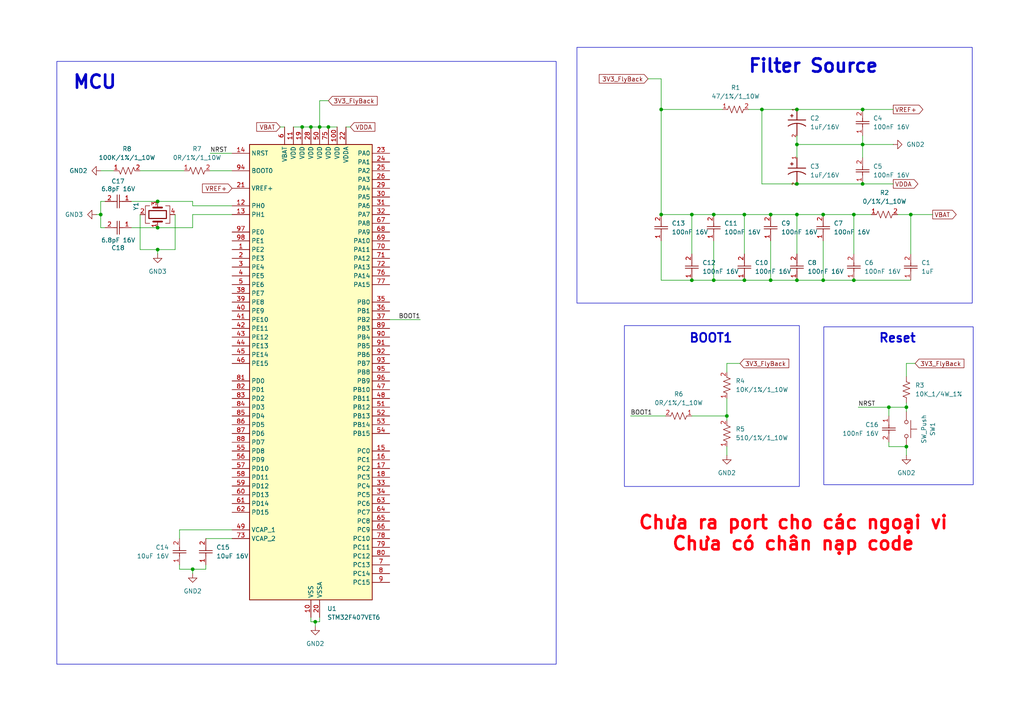
<source format=kicad_sch>
(kicad_sch (version 20231120) (generator "eeschema") (generator_version "8.0")
  (paper "A4")
  (lib_symbols
    (symbol "charge_battery_sym_lib:Cap_Tantalum_1uF_16V" (pin_names (offset 1.016))
      (property "Reference" "C" (at -5.08 3.81 0))
      (property "Value" "1uF/16V" (at -5.08 -5.08 0))
      (symbol "Cap_Tantalum_1uF_16V_0_0"
        (rectangle (start -3.713 -1.532) (end -2.824 -1.405) (stroke (width 0.1)) (fill (type outline)))
        (rectangle (start -3.332 -1.913) (end -3.205 -1.024) (stroke (width 0.1)) (fill (type outline)))
        (arc (start -0.254 2.54) (mid -1.0549 0) (end -0.254 -2.54) (stroke (width 0.254)))
        (polyline (pts (xy -5.08 0) (xy -2.032 0)) (stroke (width 0.254)))
        (polyline (pts (xy -2.032 2.54) (xy -2.032 -2.54)) (stroke (width 0.254)))
        (polyline (pts (xy -1.016 0) (xy 2.54 0)) (stroke (width 0.254)))
        (pin passive line (at -5.08 0 0) (length 0) (name "~") (number "1"))
        (pin passive line (at 2.54 0 180) (length 0) (name "~") (number "2"))
      )
    )
    (symbol "charge_battery_sym_lib:Ceramic_Cap_Hole_1uF_50V_"
      (property "Reference" "C" (at -1.524 0.762 0))
      (property "Value" "1uF " (at 0.254 5.334 0))
      (symbol "Ceramic_Cap_Hole_1uF_50V__1_1"
        (polyline (pts (xy -1.27 -2.032) (xy -0.3302 -2.032)) (stroke (width 0.2032)))
        (polyline (pts (xy -0.3302 -3.937) (xy -0.3302 -0.127)) (stroke (width 0.2032)))
        (polyline (pts (xy 0.3048 -3.937) (xy 0.3048 -0.127)) (stroke (width 0.2032)))
        (polyline (pts (xy 0.3048 -2.032) (xy 1.27 -2.032)) (stroke (width 0.2032)))
        (pin unspecified line (at -3.81 -2.032 0) (length 2.54) (name "") (number "1"))
        (pin unspecified line (at 3.81 -2.032 180) (length 2.54) (name "") (number "2"))
      )
    )
    (symbol "charge_battery_sym_lib:Ceramic_Cap_SMD_100nF_16V"
      (property "Reference" "C" (at -1.524 0.762 0))
      (property "Value" "100nF 16V" (at 0.254 5.334 0))
      (symbol "Ceramic_Cap_SMD_100nF_16V_1_1"
        (polyline (pts (xy -1.27 -2.032) (xy -0.3302 -2.032)) (stroke (width 0.2032)))
        (polyline (pts (xy -0.3302 -3.937) (xy -0.3302 -0.127)) (stroke (width 0.2032)))
        (polyline (pts (xy 0.3048 -3.937) (xy 0.3048 -0.127)) (stroke (width 0.2032)))
        (polyline (pts (xy 0.3048 -2.032) (xy 1.27 -2.032)) (stroke (width 0.2032)))
        (pin unspecified line (at -3.81 -2.032 0) (length 2.54) (name "") (number "1"))
        (pin unspecified line (at 3.81 -2.032 180) (length 2.54) (name "") (number "2"))
      )
    )
    (symbol "charge_battery_sym_lib:Ceramic_Cap_SMD_10uF_16V"
      (property "Reference" "C" (at -1.524 0.762 0))
      (property "Value" "10uF 16V" (at 0.254 5.334 0))
      (symbol "Ceramic_Cap_SMD_10uF_16V_1_1"
        (polyline (pts (xy -1.27 -2.032) (xy -0.3302 -2.032)) (stroke (width 0.2032)))
        (polyline (pts (xy -0.3302 -3.937) (xy -0.3302 -0.127)) (stroke (width 0.2032)))
        (polyline (pts (xy 0.3048 -3.937) (xy 0.3048 -0.127)) (stroke (width 0.2032)))
        (polyline (pts (xy 0.3048 -2.032) (xy 1.27 -2.032)) (stroke (width 0.2032)))
        (pin unspecified line (at -3.81 -2.032 0) (length 2.54) (name "") (number "1"))
        (pin unspecified line (at 3.81 -2.032 180) (length 2.54) (name "") (number "2"))
      )
    )
    (symbol "charge_battery_sym_lib:Crystal_8MHz_SMD-4PIN" (pin_names (offset 1.016) hide)
      (property "Reference" "Y" (at 3.175 5.08 0))
      (property "Value" "Crystal_8MHz_SMD-4PIN" (at 3.175 3.175 0))
      (symbol "Crystal_8MHz_SMD-4PIN_0_1"
        (rectangle (start -1.143 2.54) (end 1.143 -2.54) (stroke (width 0.3048)))
        (polyline (pts (xy -2.54 0) (xy -2.032 0)))
        (polyline (pts (xy -2.032 -1.27) (xy -2.032 1.27)) (stroke (width 0.508)))
        (polyline (pts (xy 0 -3.81) (xy 0 -3.556)))
        (polyline (pts (xy 0 3.556) (xy 0 3.81)))
        (polyline (pts (xy 2.032 -1.27) (xy 2.032 1.27)) (stroke (width 0.508)))
        (polyline (pts (xy 2.032 0) (xy 2.54 0)))
        (polyline (pts (xy -2.54 -2.286) (xy -2.54 -3.556) (xy 2.54 -3.556) (xy 2.54 -2.286)))
        (polyline (pts (xy -2.54 2.286) (xy -2.54 3.556) (xy 2.54 3.556) (xy 2.54 2.286)))
      )
      (symbol "Crystal_8MHz_SMD-4PIN_1_1"
        (pin passive line (at -3.81 0 0) (length 1.27) (name "1") (number "1"))
        (pin passive line (at 0 5.08 270) (length 1.27) (name "2") (number "2"))
        (pin passive line (at 3.81 0 180) (length 1.27) (name "3") (number "3"))
        (pin passive line (at 0 -5.08 90) (length 1.27) (name "4") (number "4"))
      )
    )
    (symbol "charge_battery_sym_lib:Res_10K_0603_1%"
      (property "Reference" "R" (at 1.27 10.16 0))
      (property "Value" "10K/1%/1_10W" (at 2.54 3.81 0))
      (symbol "Res_10K_0603_1%_0_1"
        (polyline (pts (xy 0 6.35) (xy -0.254 6.35)))
        (polyline (pts (xy 4.572 6.35) (xy 4.826 6.35)))
        (polyline (pts (xy 0 6.35) (xy 0.381 7.366) (xy 0.762 6.35) (xy 1.143 5.334) (xy 1.524 6.35)))
        (polyline (pts (xy 1.524 6.35) (xy 1.905 7.366) (xy 2.286 6.35) (xy 2.667 5.334) (xy 3.048 6.35)))
        (polyline (pts (xy 3.048 6.35) (xy 3.429 7.366) (xy 3.81 6.35) (xy 4.191 5.334) (xy 4.572 6.35)))
      )
      (symbol "Res_10K_0603_1%_1_1"
        (pin passive line (at -1.524 6.35 0) (length 1.27) (name "~") (number "1"))
        (pin passive line (at 6.096 6.35 180) (length 1.27) (name "~") (number "2"))
      )
    )
    (symbol "charge_battery_sym_lib:Res_200K_0603_1%"
      (property "Reference" "R" (at 0 -3.81 0))
      (property "Value" "200K/1%/1_10W" (at 1.27 -8.89 0))
      (symbol "Res_200K_0603_1%_0_1"
        (polyline (pts (xy -1.016 -6.35) (xy -1.27 -6.35)))
        (polyline (pts (xy 3.556 -6.35) (xy 3.81 -6.35)))
        (polyline (pts (xy -1.016 -6.35) (xy -0.635 -5.334) (xy -0.254 -6.35) (xy 0.127 -7.366) (xy 0.508 -6.35)))
        (polyline (pts (xy 0.508 -6.35) (xy 0.889 -5.334) (xy 1.27 -6.35) (xy 1.651 -7.366) (xy 2.032 -6.35)))
        (polyline (pts (xy 2.032 -6.35) (xy 2.413 -5.334) (xy 2.794 -6.35) (xy 3.175 -7.366) (xy 3.556 -6.35)))
      )
      (symbol "Res_200K_0603_1%_1_1"
        (pin passive line (at -2.54 -6.35 0) (length 1.27) (name "~") (number "1"))
        (pin passive line (at 5.08 -6.35 180) (length 1.27) (name "~") (number "2"))
      )
    )
    (symbol "charge_battery_sym_lib:Res_hole_10K_1/4W_1%" (pin_numbers hide) (pin_names (offset 0))
      (property "Reference" "R" (at 1.016 1.016 0))
      (property "Value" "10K_1/4W_1%" (at 1.27 -3.81 0))
      (symbol "Res_hole_10K_1/4W_1%_0_1"
        (polyline (pts (xy -1.016 -1.27) (xy -1.27 -1.27)))
        (polyline (pts (xy 3.556 -1.27) (xy 3.81 -1.27)))
        (polyline (pts (xy -1.016 -1.27) (xy -0.635 -0.254) (xy -0.254 -1.27) (xy 0.127 -2.286) (xy 0.508 -1.27)))
        (polyline (pts (xy 0.508 -1.27) (xy 0.889 -0.254) (xy 1.27 -1.27) (xy 1.651 -2.286) (xy 2.032 -1.27)))
        (polyline (pts (xy 2.032 -1.27) (xy 2.413 -0.254) (xy 2.794 -1.27) (xy 3.175 -2.286) (xy 3.556 -1.27)))
      )
      (symbol "Res_hole_10K_1/4W_1%_1_1"
        (pin passive line (at -2.54 -1.27 0) (length 1.27) (name "~") (number "1"))
        (pin passive line (at 5.08 -1.27 180) (length 1.27) (name "~") (number "2"))
      )
    )
    (symbol "charge_battery_sym_lib:STM32F407VET6"
      (property "Reference" "U" (at -17.78 67.31 0))
      (property "Value" "STM32F407VET6" (at 12.7 67.31 0))
      (symbol "STM32F407VET6_0_1"
        (rectangle (start -17.78 66.04) (end 17.78 -66.04) (stroke (width 0.254)) (fill (type background)))
      )
      (symbol "STM32F407VET6_1_1"
        (pin bidirectional line (at -22.86 35.56 0) (length 5.08) (name "PE2") (number "1"))
        (pin power_in line (at 0 -71.12 90) (length 5.08) (name "VSS") (number "10"))
        (pin power_in line (at 7.62 71.12 270) (length 5.08) (name "VDD") (number "100"))
        (pin power_in line (at -5.08 71.12 270) (length 5.08) (name "VDD") (number "11"))
        (pin bidirectional line (at -22.86 48.26 0) (length 5.08) (name "PH0") (number "12"))
        (pin bidirectional line (at -22.86 45.72 0) (length 5.08) (name "PH1") (number "13"))
        (pin input line (at -22.86 63.5 0) (length 5.08) (name "NRST") (number "14"))
        (pin bidirectional line (at 22.86 -22.86 180) (length 5.08) (name "PC0") (number "15"))
        (pin bidirectional line (at 22.86 -25.4 180) (length 5.08) (name "PC1") (number "16"))
        (pin bidirectional line (at 22.86 -27.94 180) (length 5.08) (name "PC2") (number "17"))
        (pin bidirectional line (at 22.86 -30.48 180) (length 5.08) (name "PC3") (number "18"))
        (pin power_in line (at -2.54 71.12 270) (length 5.08) (name "VDD") (number "19"))
        (pin bidirectional line (at -22.86 33.02 0) (length 5.08) (name "PE3") (number "2"))
        (pin power_in line (at 2.54 -71.12 90) (length 5.08) (name "VSSA") (number "20"))
        (pin input line (at -22.86 53.34 0) (length 5.08) (name "VREF+") (number "21"))
        (pin power_in line (at 10.16 71.12 270) (length 5.08) (name "VDDA") (number "22"))
        (pin bidirectional line (at 22.86 63.5 180) (length 5.08) (name "PA0") (number "23"))
        (pin bidirectional line (at 22.86 60.96 180) (length 5.08) (name "PA1") (number "24"))
        (pin bidirectional line (at 22.86 58.42 180) (length 5.08) (name "PA2") (number "25"))
        (pin bidirectional line (at 22.86 55.88 180) (length 5.08) (name "PA3") (number "26"))
        (pin passive line (at 0 -71.12 90) (length 5.08) hide (name "VSS") (number "27"))
        (pin power_in line (at 0 71.12 270) (length 5.08) (name "VDD") (number "28"))
        (pin bidirectional line (at 22.86 53.34 180) (length 5.08) (name "PA4") (number "29"))
        (pin bidirectional line (at -22.86 30.48 0) (length 5.08) (name "PE4") (number "3"))
        (pin bidirectional line (at 22.86 50.8 180) (length 5.08) (name "PA5") (number "30"))
        (pin bidirectional line (at 22.86 48.26 180) (length 5.08) (name "PA6") (number "31"))
        (pin bidirectional line (at 22.86 45.72 180) (length 5.08) (name "PA7") (number "32"))
        (pin bidirectional line (at 22.86 -33.02 180) (length 5.08) (name "PC4") (number "33"))
        (pin bidirectional line (at 22.86 -35.56 180) (length 5.08) (name "PC5") (number "34"))
        (pin bidirectional line (at 22.86 20.32 180) (length 5.08) (name "PB0") (number "35"))
        (pin bidirectional line (at 22.86 17.78 180) (length 5.08) (name "PB1") (number "36"))
        (pin bidirectional line (at 22.86 15.24 180) (length 5.08) (name "PB2") (number "37"))
        (pin bidirectional line (at -22.86 22.86 0) (length 5.08) (name "PE7") (number "38"))
        (pin bidirectional line (at -22.86 20.32 0) (length 5.08) (name "PE8") (number "39"))
        (pin bidirectional line (at -22.86 27.94 0) (length 5.08) (name "PE5") (number "4"))
        (pin bidirectional line (at -22.86 17.78 0) (length 5.08) (name "PE9") (number "40"))
        (pin bidirectional line (at -22.86 15.24 0) (length 5.08) (name "PE10") (number "41"))
        (pin bidirectional line (at -22.86 12.7 0) (length 5.08) (name "PE11") (number "42"))
        (pin bidirectional line (at -22.86 10.16 0) (length 5.08) (name "PE12") (number "43"))
        (pin bidirectional line (at -22.86 7.62 0) (length 5.08) (name "PE13") (number "44"))
        (pin bidirectional line (at -22.86 5.08 0) (length 5.08) (name "PE14") (number "45"))
        (pin bidirectional line (at -22.86 2.54 0) (length 5.08) (name "PE15") (number "46"))
        (pin bidirectional line (at 22.86 -5.08 180) (length 5.08) (name "PB10") (number "47"))
        (pin bidirectional line (at 22.86 -7.62 180) (length 5.08) (name "PB11") (number "48"))
        (pin power_out line (at -22.86 -45.72 0) (length 5.08) (name "VCAP_1") (number "49"))
        (pin bidirectional line (at -22.86 25.4 0) (length 5.08) (name "PE6") (number "5"))
        (pin power_in line (at 2.54 71.12 270) (length 5.08) (name "VDD") (number "50"))
        (pin bidirectional line (at 22.86 -10.16 180) (length 5.08) (name "PB12") (number "51"))
        (pin bidirectional line (at 22.86 -12.7 180) (length 5.08) (name "PB13") (number "52"))
        (pin bidirectional line (at 22.86 -15.24 180) (length 5.08) (name "PB14") (number "53"))
        (pin bidirectional line (at 22.86 -17.78 180) (length 5.08) (name "PB15") (number "54"))
        (pin bidirectional line (at -22.86 -22.86 0) (length 5.08) (name "PD8") (number "55"))
        (pin bidirectional line (at -22.86 -25.4 0) (length 5.08) (name "PD9") (number "56"))
        (pin bidirectional line (at -22.86 -27.94 0) (length 5.08) (name "PD10") (number "57"))
        (pin bidirectional line (at -22.86 -30.48 0) (length 5.08) (name "PD11") (number "58"))
        (pin bidirectional line (at -22.86 -33.02 0) (length 5.08) (name "PD12") (number "59"))
        (pin power_in line (at -7.62 71.12 270) (length 5.08) (name "VBAT") (number "6"))
        (pin bidirectional line (at -22.86 -35.56 0) (length 5.08) (name "PD13") (number "60"))
        (pin bidirectional line (at -22.86 -38.1 0) (length 5.08) (name "PD14") (number "61"))
        (pin bidirectional line (at -22.86 -40.64 0) (length 5.08) (name "PD15") (number "62"))
        (pin bidirectional line (at 22.86 -38.1 180) (length 5.08) (name "PC6") (number "63"))
        (pin bidirectional line (at 22.86 -40.64 180) (length 5.08) (name "PC7") (number "64"))
        (pin bidirectional line (at 22.86 -43.18 180) (length 5.08) (name "PC8") (number "65"))
        (pin bidirectional line (at 22.86 -45.72 180) (length 5.08) (name "PC9") (number "66"))
        (pin bidirectional line (at 22.86 43.18 180) (length 5.08) (name "PA8") (number "67"))
        (pin bidirectional line (at 22.86 40.64 180) (length 5.08) (name "PA9") (number "68"))
        (pin bidirectional line (at 22.86 38.1 180) (length 5.08) (name "PA10") (number "69"))
        (pin bidirectional line (at 22.86 -55.88 180) (length 5.08) (name "PC13") (number "7"))
        (pin bidirectional line (at 22.86 35.56 180) (length 5.08) (name "PA11") (number "70"))
        (pin bidirectional line (at 22.86 33.02 180) (length 5.08) (name "PA12") (number "71"))
        (pin bidirectional line (at 22.86 30.48 180) (length 5.08) (name "PA13") (number "72"))
        (pin power_out line (at -22.86 -48.26 0) (length 5.08) (name "VCAP_2") (number "73"))
        (pin passive line (at 0 -71.12 90) (length 5.08) hide (name "VSS") (number "74"))
        (pin power_in line (at 5.08 71.12 270) (length 5.08) (name "VDD") (number "75"))
        (pin bidirectional line (at 22.86 27.94 180) (length 5.08) (name "PA14") (number "76"))
        (pin bidirectional line (at 22.86 25.4 180) (length 5.08) (name "PA15") (number "77"))
        (pin bidirectional line (at 22.86 -48.26 180) (length 5.08) (name "PC10") (number "78"))
        (pin bidirectional line (at 22.86 -50.8 180) (length 5.08) (name "PC11") (number "79"))
        (pin bidirectional line (at 22.86 -58.42 180) (length 5.08) (name "PC14") (number "8"))
        (pin bidirectional line (at 22.86 -53.34 180) (length 5.08) (name "PC12") (number "80"))
        (pin bidirectional line (at -22.86 -2.54 0) (length 5.08) (name "PD0") (number "81"))
        (pin bidirectional line (at -22.86 -5.08 0) (length 5.08) (name "PD1") (number "82"))
        (pin bidirectional line (at -22.86 -7.62 0) (length 5.08) (name "PD2") (number "83"))
        (pin bidirectional line (at -22.86 -10.16 0) (length 5.08) (name "PD3") (number "84"))
        (pin bidirectional line (at -22.86 -12.7 0) (length 5.08) (name "PD4") (number "85"))
        (pin bidirectional line (at -22.86 -15.24 0) (length 5.08) (name "PD5") (number "86"))
        (pin bidirectional line (at -22.86 -17.78 0) (length 5.08) (name "PD6") (number "87"))
        (pin bidirectional line (at -22.86 -20.32 0) (length 5.08) (name "PD7") (number "88"))
        (pin bidirectional line (at 22.86 12.7 180) (length 5.08) (name "PB3") (number "89"))
        (pin bidirectional line (at 22.86 -60.96 180) (length 5.08) (name "PC15") (number "9"))
        (pin bidirectional line (at 22.86 10.16 180) (length 5.08) (name "PB4") (number "90"))
        (pin bidirectional line (at 22.86 7.62 180) (length 5.08) (name "PB5") (number "91"))
        (pin bidirectional line (at 22.86 5.08 180) (length 5.08) (name "PB6") (number "92"))
        (pin bidirectional line (at 22.86 2.54 180) (length 5.08) (name "PB7") (number "93"))
        (pin input line (at -22.86 58.42 0) (length 5.08) (name "BOOT0") (number "94"))
        (pin bidirectional line (at 22.86 0 180) (length 5.08) (name "PB8") (number "95"))
        (pin bidirectional line (at 22.86 -2.54 180) (length 5.08) (name "PB9") (number "96"))
        (pin bidirectional line (at -22.86 40.64 0) (length 5.08) (name "PE0") (number "97"))
        (pin bidirectional line (at -22.86 38.1 0) (length 5.08) (name "PE1") (number "98"))
        (pin passive line (at 0 -71.12 90) (length 5.08) hide (name "VSS") (number "99"))
      )
    )
    (symbol "charge_battery_sym_lib:SW_Push" (pin_numbers hide) (pin_names (offset 1.016) hide)
      (property "Reference" "SW" (at 1.27 2.54 0))
      (property "Value" "SW_Push" (at 0 -1.524 0))
      (symbol "SW_Push_0_1"
        (circle (center -2.032 0) (radius 0.508))
        (polyline (pts (xy 0 1.27) (xy 0 3.048)))
        (polyline (pts (xy 2.54 1.27) (xy -2.54 1.27)))
        (circle (center 2.032 0) (radius 0.508))
        (pin passive line (at -5.08 0 0) (length 2.54) (name "1") (number "1"))
        (pin passive line (at 5.08 0 180) (length 2.54) (name "2") (number "2"))
      )
    )
    (symbol "power:GND2" (power) (pin_numbers hide) (pin_names (offset 0) hide)
      (property "Value" "GND2" (at 0 -3.81 0))
      (symbol "GND2_0_1"
        (polyline (pts (xy 0 0) (xy 0 -1.27) (xy 1.27 -1.27) (xy 0 -2.54) (xy -1.27 -1.27) (xy 0 -1.27)))
      )
      (symbol "GND2_1_1"
        (pin power_in line (at 0 0 270) (length 0) (name "~") (number "1"))
      )
    )
    (symbol "power:GND3" (power) (pin_numbers hide) (pin_names (offset 0) hide)
      (property "Value" "GND3" (at 0 -3.81 0))
      (symbol "GND3_0_1"
        (polyline (pts (xy 0 0) (xy 0 -1.27) (xy 1.27 -1.27) (xy 0 -2.54) (xy -1.27 -1.27) (xy 0 -1.27)))
      )
      (symbol "GND3_1_1"
        (pin power_in line (at 0 0 270) (length 0) (name "~") (number "1"))
      )
    )
  )
  (junction (at 207.01 62.23))
  (junction (at 264.16 62.23))
  (junction (at 210.82 120.65))
  (junction (at 250.19 53.34))
  (junction (at 87.63 36.83))
  (junction (at 45.72 66.04))
  (junction (at 191.77 62.23))
  (junction (at 45.72 72.39))
  (junction (at 250.19 41.91))
  (junction (at 29.21 62.23))
  (junction (at 250.19 31.75))
  (junction (at 223.52 81.28))
  (junction (at 238.76 62.23))
  (junction (at 215.9 81.28))
  (junction (at 238.76 81.28))
  (junction (at 231.14 41.91))
  (junction (at 223.52 62.23))
  (junction (at 200.66 81.28))
  (junction (at 247.65 81.28))
  (junction (at 220.98 31.75))
  (junction (at 200.66 62.23))
  (junction (at 191.77 31.75))
  (junction (at 95.25 36.83))
  (junction (at 231.14 53.34))
  (junction (at 262.89 118.11))
  (junction (at 207.01 81.28))
  (junction (at 257.81 118.11))
  (junction (at 247.65 62.23))
  (junction (at 231.14 31.75))
  (junction (at 55.88 165.1))
  (junction (at 90.17 36.83))
  (junction (at 45.72 58.42))
  (junction (at 231.14 81.28))
  (junction (at 231.14 62.23))
  (junction (at 262.89 129.54))
  (junction (at 215.9 62.23))
  (junction (at 91.44 180.34))
  (junction (at 92.71 36.83))
  (wire (pts (xy 210.82 132.08) (xy 210.82 129.54)))
  (wire (pts (xy 200.66 120.65) (xy 210.82 120.65)))
  (wire (pts (xy 92.71 180.34) (xy 91.44 180.34)))
  (wire (pts (xy 248.92 118.11) (xy 257.81 118.11)))
  (wire (pts (xy 60.96 44.45) (xy 67.31 44.45)))
  (wire (pts (xy 67.31 62.23) (xy 55.88 62.23)))
  (wire (pts (xy 95.25 29.21) (xy 92.71 29.21)))
  (wire (pts (xy 67.31 59.69) (xy 55.88 59.69)))
  (wire (pts (xy 270.51 62.23) (xy 264.16 62.23)))
  (wire (pts (xy 265.43 105.41) (xy 262.89 105.41)))
  (wire (pts (xy 191.77 22.86) (xy 191.77 31.75)))
  (wire (pts (xy 52.07 165.1) (xy 55.88 165.1)))
  (wire (pts (xy 40.64 49.53) (xy 53.34 49.53)))
  (wire (pts (xy 92.71 179.07) (xy 92.71 180.34)))
  (wire (pts (xy 91.44 180.34) (xy 90.17 180.34)))
  (wire (pts (xy 60.96 49.53) (xy 67.31 49.53)))
  (wire (pts (xy 55.88 58.42) (xy 45.72 58.42)))
  (wire (pts (xy 262.89 118.11) (xy 262.89 119.38)))
  (wire (pts (xy 247.65 62.23) (xy 247.65 73.66)))
  (wire (pts (xy 187.96 22.86) (xy 191.77 22.86)))
  (wire (pts (xy 259.08 31.75) (xy 250.19 31.75)))
  (wire (pts (xy 191.77 69.85) (xy 191.77 81.28)))
  (wire (pts (xy 215.9 81.28) (xy 223.52 81.28)))
  (wire (pts (xy 90.17 36.83) (xy 92.71 36.83)))
  (wire (pts (xy 45.72 72.39) (xy 50.8 72.39)))
  (wire (pts (xy 91.44 181.61) (xy 91.44 180.34)))
  (wire (pts (xy 55.88 166.37) (xy 55.88 165.1)))
  (wire (pts (xy 40.64 62.23) (xy 40.64 72.39)))
  (wire (pts (xy 200.66 81.28) (xy 207.01 81.28)))
  (wire (pts (xy 38.1 66.04) (xy 45.72 66.04)))
  (wire (pts (xy 55.88 59.69) (xy 55.88 58.42)))
  (wire (pts (xy 59.69 156.21) (xy 67.31 156.21)))
  (wire (pts (xy 264.16 62.23) (xy 264.16 73.66)))
  (wire (pts (xy 223.52 81.28) (xy 231.14 81.28)))
  (wire (pts (xy 38.1 58.42) (xy 45.72 58.42)))
  (wire (pts (xy 215.9 62.23) (xy 215.9 73.66)))
  (wire (pts (xy 262.89 132.08) (xy 262.89 129.54)))
  (wire (pts (xy 220.98 53.34) (xy 220.98 31.75)))
  (wire (pts (xy 210.82 115.57) (xy 210.82 120.65)))
  (wire (pts (xy 45.72 72.39) (xy 45.72 73.66)))
  (wire (pts (xy 55.88 165.1) (xy 59.69 165.1)))
  (wire (pts (xy 81.28 36.83) (xy 82.55 36.83)))
  (wire (pts (xy 29.21 49.53) (xy 33.02 49.53)))
  (wire (pts (xy 231.14 39.37) (xy 231.14 41.91)))
  (wire (pts (xy 264.16 62.23) (xy 260.35 62.23)))
  (wire (pts (xy 27.94 62.23) (xy 29.21 62.23)))
  (wire (pts (xy 29.21 58.42) (xy 30.48 58.42)))
  (wire (pts (xy 52.07 163.83) (xy 52.07 165.1)))
  (wire (pts (xy 238.76 69.85) (xy 238.76 81.28)))
  (wire (pts (xy 231.14 62.23) (xy 238.76 62.23)))
  (wire (pts (xy 231.14 53.34) (xy 220.98 53.34)))
  (wire (pts (xy 214.63 105.41) (xy 210.82 105.41)))
  (wire (pts (xy 238.76 62.23) (xy 247.65 62.23)))
  (wire (pts (xy 247.65 81.28) (xy 264.16 81.28)))
  (wire (pts (xy 40.64 72.39) (xy 45.72 72.39)))
  (wire (pts (xy 257.81 128.27) (xy 257.81 129.54)))
  (wire (pts (xy 262.89 105.41) (xy 262.89 109.22)))
  (wire (pts (xy 257.81 118.11) (xy 257.81 120.65)))
  (wire (pts (xy 200.66 62.23) (xy 207.01 62.23)))
  (wire (pts (xy 257.81 129.54) (xy 262.89 129.54)))
  (wire (pts (xy 191.77 31.75) (xy 209.55 31.75)))
  (wire (pts (xy 87.63 36.83) (xy 90.17 36.83)))
  (wire (pts (xy 191.77 31.75) (xy 191.77 62.23)))
  (wire (pts (xy 231.14 81.28) (xy 238.76 81.28)))
  (wire (pts (xy 29.21 66.04) (xy 30.48 66.04)))
  (wire (pts (xy 250.19 41.91) (xy 250.19 45.72)))
  (wire (pts (xy 95.25 36.83) (xy 97.79 36.83)))
  (wire (pts (xy 90.17 180.34) (xy 90.17 179.07)))
  (wire (pts (xy 52.07 156.21) (xy 52.07 153.67)))
  (wire (pts (xy 250.19 41.91) (xy 259.08 41.91)))
  (wire (pts (xy 85.09 36.83) (xy 87.63 36.83)))
  (wire (pts (xy 231.14 31.75) (xy 250.19 31.75)))
  (wire (pts (xy 231.14 41.91) (xy 250.19 41.91)))
  (wire (pts (xy 207.01 81.28) (xy 215.9 81.28)))
  (wire (pts (xy 191.77 81.28) (xy 200.66 81.28)))
  (wire (pts (xy 52.07 153.67) (xy 67.31 153.67)))
  (wire (pts (xy 59.69 165.1) (xy 59.69 163.83)))
  (wire (pts (xy 217.17 31.75) (xy 220.98 31.75)))
  (wire (pts (xy 50.8 62.23) (xy 50.8 72.39)))
  (wire (pts (xy 55.88 62.23) (xy 55.88 66.04)))
  (wire (pts (xy 29.21 62.23) (xy 29.21 66.04)))
  (wire (pts (xy 247.65 62.23) (xy 252.73 62.23)))
  (wire (pts (xy 262.89 116.84) (xy 262.89 118.11)))
  (wire (pts (xy 215.9 62.23) (xy 223.52 62.23)))
  (wire (pts (xy 29.21 58.42) (xy 29.21 62.23)))
  (wire (pts (xy 210.82 105.41) (xy 210.82 107.95)))
  (wire (pts (xy 223.52 62.23) (xy 231.14 62.23)))
  (wire (pts (xy 191.77 62.23) (xy 200.66 62.23)))
  (wire (pts (xy 223.52 69.85) (xy 223.52 81.28)))
  (wire (pts (xy 200.66 62.23) (xy 200.66 73.66)))
  (wire (pts (xy 113.03 92.71) (xy 121.92 92.71)))
  (wire (pts (xy 257.81 118.11) (xy 262.89 118.11)))
  (wire (pts (xy 210.82 120.65) (xy 210.82 121.92)))
  (wire (pts (xy 207.01 69.85) (xy 207.01 81.28)))
  (wire (pts (xy 55.88 66.04) (xy 45.72 66.04)))
  (wire (pts (xy 231.14 41.91) (xy 231.14 45.72)))
  (wire (pts (xy 92.71 29.21) (xy 92.71 36.83)))
  (wire (pts (xy 238.76 81.28) (xy 247.65 81.28)))
  (wire (pts (xy 182.88 120.65) (xy 193.04 120.65)))
  (wire (pts (xy 101.6 36.83) (xy 100.33 36.83)))
  (wire (pts (xy 250.19 53.34) (xy 231.14 53.34)))
  (wire (pts (xy 250.19 41.91) (xy 250.19 39.37)))
  (wire (pts (xy 92.71 36.83) (xy 95.25 36.83)))
  (wire (pts (xy 220.98 31.75) (xy 231.14 31.75)))
  (wire (pts (xy 231.14 62.23) (xy 231.14 73.66)))
  (wire (pts (xy 259.08 53.34) (xy 250.19 53.34)))
  (wire (pts (xy 207.01 62.23) (xy 215.9 62.23)))
  (rectangle (start 167.3352 13.7414) (end 281.9908 87.9094))
  (rectangle (start 238.9378 94.7928) (end 282.2702 140.589))
  (rectangle (start 16.4846 17.8054) (end 161.3154 192.6336))
  (rectangle (start 181.102 94.4372) (end 231.8512 141.097))
  (text "Filter Source\n" (at 235.9152 19.2786 0) (effects (font (size 3.81 3.81) (bold yes))))
  (text "Reset\n" (at 260.2992 98.2218 0) (effects (font (size 2.54 2.54) (bold yes))))
  (text "MCU" (at 27.5082 23.9522 0) (effects (font (size 3.81 3.81) (bold yes))))
  (text "BOOT1" (at 206.1972 98.2218 0) (effects (font (size 2.54 2.54) (bold yes))))
  (text "Chưa ra port cho các ngoại vi\nChưa có chân nạp code" (at 230.0732 154.7876 0) (effects (font (size 3.81 3.81) (thickness 0.762) (bold yes))))
  (label "NRST" (at 248.92 118.11 0))
  (label "NRST" (at 60.96 44.45 0))
  (label "BOOT1" (at 182.88 120.65 0))
  (label "BOOT1" (at 121.92 92.71 180))
  (global_label "VBAT" (shape output) (at 270.51 62.23 0) (property "Intersheetrefs" "${INTERSHEET_REFS}" (effects (hide yes))))
  (global_label "VREF+" (shape input) (at 67.31 54.61 180) (property "Intersheetrefs" "${INTERSHEET_REFS}" (effects (hide yes))))
  (global_label "3V3_FlyBack" (shape input) (at 95.25 29.21 0) (property "Intersheetrefs" "${INTERSHEET_REFS}" (effects (hide yes))))
  (global_label "VDDA" (shape output) (at 259.08 53.34 0) (property "Intersheetrefs" "${INTERSHEET_REFS}" (effects (hide yes))))
  (global_label "VREF+" (shape output) (at 259.08 31.75 0) (property "Intersheetrefs" "${INTERSHEET_REFS}" (effects (hide yes))))
  (global_label "VBAT" (shape input) (at 81.28 36.83 180) (property "Intersheetrefs" "${INTERSHEET_REFS}" (effects (hide yes))))
  (global_label "3V3_FlyBack" (shape input) (at 187.96 22.86 180) (property "Intersheetrefs" "${INTERSHEET_REFS}" (effects (hide yes))))
  (global_label "3V3_FlyBack" (shape input) (at 265.43 105.41 0) (property "Intersheetrefs" "${INTERSHEET_REFS}" (effects (hide yes))))
  (global_label "3V3_FlyBack" (shape input) (at 214.63 105.41 0) (property "Intersheetrefs" "${INTERSHEET_REFS}" (effects (hide yes))))
  (global_label "VDDA" (shape input) (at 101.6 36.83 0) (property "Intersheetrefs" "${INTERSHEET_REFS}" (effects (hide yes))))
  (symbol (lib_id "charge_battery_sym_lib:Ceramic_Cap_SMD_100nF_16V") (at 236.728 66.04 90) (unit 1)
    (property "Reference" "C7" (at 241.808 64.7699 90) (effects (justify right)))
    (property "Value" "100nF 16V" (at 241.808 67.3099 90) (effects (justify right)))
    (property "Footprint" "charge_battery_footprint_lib:C_0603_1608Metric" (effects (hide yes)))
    (property "Datasheet" "https://www.mouser.vn/datasheet/2/40/KYOCERA_AutoMLCCKAM-3106308.pdf" (effects (hide yes)))
    (property "Description" "10%, 0603 (1608 Metric)" (effects (hide yes)))
    (property "Supply name" "Thegioiic" (effects (hide yes)))
    (property "Supply part number" "Tụ Gốm 0603 100nF (0.1uF) 16V" (effects (hide yes)))
    (property "Supply URL" "https://www.thegioiic.com/tu-gom-0603-100nf-0-1uf-16v" (effects (hide yes)))
  )
  (symbol (lib_id "charge_battery_sym_lib:Ceramic_Cap_SMD_100nF_16V") (at 34.29 64.008 0) (mirror y) (unit 1)
    (property "Reference" "C18" (at 34.2392 71.882 0))
    (property "Value" "6.8pF 16V" (at 34.29 69.6722 0))
    (property "Footprint" "charge_battery_footprint_lib:C_0603_1608Metric" (effects (hide yes)))
    (property "Datasheet" "https://www.mouser.vn/datasheet/2/40/KYOCERA_AutoMLCCKAM-3106308.pdf" (effects (hide yes)))
    (property "Description" "10%, 0603 (1608 Metric)" (effects (hide yes)))
    (property "Supply name" "Thegioiic" (effects (hide yes)))
    (property "Supply part number" "Tụ Gốm 0603 100nF (0.1uF) 16V" (effects (hide yes)))
    (property "Supply URL" "https://www.thegioiic.com/tu-gom-0603-100nf-0-1uf-16v" (effects (hide yes)))
  )
  (symbol (lib_id "charge_battery_sym_lib:Ceramic_Cap_Hole_1uF_50V_") (at 262.128 77.47 90) (unit 1)
    (property "Reference" "C1" (at 267.208 76.1999 90) (effects (justify right)))
    (property "Value" "1uF " (at 267.208 78.7399 90) (effects (justify right)))
    (property "Footprint" "charge_battery_footprint_lib:Ceramic_Cap_Hole_1uF_50V" (effects (hide yes)))
    (property "Description" "1uF ±10%, code 105" (effects (hide yes)))
    (property "Supply name" "Thegioiic" (effects (hide yes)))
    (property "Supply part number" "Tụ Gốm Multilayer 1uF 50V" (effects (hide yes)))
    (property "Supply URL" "https://www.thegioiic.com/tu-gom-multilayer-1uf-50v" (effects (hide yes)))
  )
  (symbol (lib_id "power:GND2") (at 55.88 166.37 0) (unit 1)
    (property "Reference" "#PWR02" (effects (hide yes)))
    (property "Value" "GND2" (at 55.88 171.45 0))
    (property "Description" "Power symbol creates a global label with name \"GND2\" , ground" (effects (hide yes)))
  )
  (symbol (lib_id "charge_battery_sym_lib:Ceramic_Cap_SMD_100nF_16V") (at 34.29 60.452 180) (unit 1)
    (property "Reference" "C17" (at 34.2392 52.578 0))
    (property "Value" "6.8pF 16V" (at 34.29 54.7878 0))
    (property "Footprint" "charge_battery_footprint_lib:C_0603_1608Metric" (effects (hide yes)))
    (property "Datasheet" "https://www.mouser.vn/datasheet/2/40/KYOCERA_AutoMLCCKAM-3106308.pdf" (effects (hide yes)))
    (property "Description" "10%, 0603 (1608 Metric)" (effects (hide yes)))
    (property "Supply name" "Thegioiic" (effects (hide yes)))
    (property "Supply part number" "Tụ Gốm 0603 100nF (0.1uF) 16V" (effects (hide yes)))
    (property "Supply URL" "https://www.thegioiic.com/tu-gom-0603-100nf-0-1uf-16v" (effects (hide yes)))
  )
  (symbol (lib_id "power:GND2") (at 262.89 132.08 0) (unit 1)
    (property "Reference" "#PWR04" (effects (hide yes)))
    (property "Value" "GND2" (at 262.89 137.16 0))
    (property "Description" "Power symbol creates a global label with name \"GND2\" , ground" (effects (hide yes)))
  )
  (symbol (lib_id "charge_battery_sym_lib:Res_10K_0603_1%") (at 254.254 68.58 0) (unit 1)
    (property "Reference" "R2" (at 256.54 55.88 0))
    (property "Value" "0/1%/1_10W" (at 256.54 58.42 0))
    (property "Footprint" "charge_battery_footprint_lib:Res_10K_0603" (effects (hide yes)))
    (property "Datasheet" "https://fscdn.rohm.com/en/products/databook/datasheet/passive/resistor/chip_resistor/esr-e.pdf" (effects (hide yes)))
    (property "Description" "Res 10 KOhm 0603 1%" (effects (hide yes)))
    (property "Supply name" "Thegioiic" (effects (hide yes)))
    (property "Supply part number" "Điện Trở 10 KOhm 0603 1%" (effects (hide yes)))
    (property "Supply URL" "https://www.thegioiic.com/dien-tro-10-kohm-0603-1-" (effects (hide yes)))
  )
  (symbol (lib_id "charge_battery_sym_lib:SW_Push") (at 262.89 124.46 270) (mirror x) (unit 1)
    (property "Reference" "SW1" (at 270.51 124.46 0))
    (property "Value" "SW_Push" (at 267.97 124.46 0))
    (property "Footprint" "charge_battery_footprint_lib:SW_SMD" (effects (hide yes)))
    (property "Description" "Push button switch, generic, two pins" (effects (hide yes)))
    (property "Supply name" "Thegioiic" (effects (hide yes)))
    (property "Supply part number" "Nút Nhấn 3x4mm Cao 2.5mm 2 Chân SMD" (effects (hide yes)))
    (property "Suppy URL" "https://www.thegioiic.com/nut-nhan-3x4mm-cao-2-5mm-2-chan-smd" (effects (hide yes)))
  )
  (symbol (lib_id "charge_battery_sym_lib:Res_10K_0603_1%") (at 211.074 38.1 0) (unit 1)
    (property "Reference" "R1" (at 213.36 25.4 0))
    (property "Value" "47/1%/1_10W" (at 213.36 27.94 0))
    (property "Footprint" "charge_battery_footprint_lib:Res_10K_0603" (effects (hide yes)))
    (property "Datasheet" "https://fscdn.rohm.com/en/products/databook/datasheet/passive/resistor/chip_resistor/esr-e.pdf" (effects (hide yes)))
    (property "Description" "Res 10 KOhm 0603 1%" (effects (hide yes)))
    (property "Supply name" "Thegioiic" (effects (hide yes)))
    (property "Supply part number" "Điện Trở 10 KOhm 0603 1%" (effects (hide yes)))
    (property "Supply URL" "https://www.thegioiic.com/dien-tro-10-kohm-0603-1-" (effects (hide yes)))
  )
  (symbol (lib_id "power:GND2") (at 91.44 181.61 0) (unit 1)
    (property "Reference" "#PWR03" (effects (hide yes)))
    (property "Value" "GND2" (at 91.44 186.69 0))
    (property "Description" "Power symbol creates a global label with name \"GND2\" , ground" (effects (hide yes)))
  )
  (symbol (lib_id "power:GND2") (at 259.08 41.91 90) (unit 1)
    (property "Reference" "#PWR01" (effects (hide yes)))
    (property "Value" "GND2" (at 262.89 41.9099 90) (effects (justify right)))
    (property "Description" "Power symbol creates a global label with name \"GND2\" , ground" (effects (hide yes)))
  )
  (symbol (lib_id "charge_battery_sym_lib:Ceramic_Cap_SMD_100nF_16V") (at 213.868 77.47 90) (unit 1)
    (property "Reference" "C10" (at 218.948 76.1999 90) (effects (justify right)))
    (property "Value" "100nF 16V" (at 218.948 78.7399 90) (effects (justify right)))
    (property "Footprint" "charge_battery_footprint_lib:C_0603_1608Metric" (effects (hide yes)))
    (property "Datasheet" "https://www.mouser.vn/datasheet/2/40/KYOCERA_AutoMLCCKAM-3106308.pdf" (effects (hide yes)))
    (property "Description" "10%, 0603 (1608 Metric)" (effects (hide yes)))
    (property "Supply name" "Thegioiic" (effects (hide yes)))
    (property "Supply part number" "Tụ Gốm 0603 100nF (0.1uF) 16V" (effects (hide yes)))
    (property "Supply URL" "https://www.thegioiic.com/tu-gom-0603-100nf-0-1uf-16v" (effects (hide yes)))
  )
  (symbol (lib_id "charge_battery_sym_lib:Res_200K_0603_1%") (at 35.56 55.88 0) (mirror x) (unit 1)
    (property "Reference" "R8" (at 36.83 43.18 0))
    (property "Value" "100K/1%/1_10W" (at 36.83 45.72 0))
    (property "Footprint" "charge_battery_footprint_lib:Res_200K_0603" (effects (hide yes)))
    (property "Datasheet" "https://fscdn.rohm.com/en/products/databook/datasheet/passive/resistor/chip_resistor/esr-e.pdf" (effects (hide yes)))
    (property "Description" "Res 200 KOhm 0603 1%" (effects (hide yes)))
    (property "Supply name" "Thegioiic" (effects (hide yes)))
    (property "Supply part number" "Điện Trở 200 KOhm 0603 1%" (effects (hide yes)))
    (property "Supply URL" "https://www.thegioiic.com/dien-tro-200-kohm-0603-1-" (effects (hide yes)))
  )
  (symbol (lib_id "charge_battery_sym_lib:Ceramic_Cap_SMD_10uF_16V") (at 54.102 160.02 270) (mirror x) (unit 1)
    (property "Reference" "C14" (at 49.022 158.7499 90) (effects (justify right)))
    (property "Value" "10uF 16V" (at 49.022 161.2899 90) (effects (justify right)))
    (property "Footprint" "charge_battery_footprint_lib:Ceramic_Cap_10uF_16V" (effects (hide yes)))
    (property "Datasheet" "https://www.mouser.vn/datasheet/2/40/KYOCERA_AutoMLCCKAM-3106308.pdf" (effects (hide yes)))
    (property "Description" "10%, 0603 (1608 Metric)" (effects (hide yes)))
    (property "Supply name" "Thegioiic" (effects (hide yes)))
    (property "Supply part number" "Tụ Gốm 0603 10uF 16V" (effects (hide yes)))
    (property "Supply URL" "https://www.thegioiic.com/tu-gom-0603-10uf-16v" (effects (hide yes)))
  )
  (symbol (lib_id "charge_battery_sym_lib:Ceramic_Cap_SMD_100nF_16V") (at 198.628 77.47 90) (unit 1)
    (property "Reference" "C12" (at 203.708 76.1999 90) (effects (justify right)))
    (property "Value" "100nF 16V" (at 203.708 78.7399 90) (effects (justify right)))
    (property "Footprint" "charge_battery_footprint_lib:C_0603_1608Metric" (effects (hide yes)))
    (property "Datasheet" "https://www.mouser.vn/datasheet/2/40/KYOCERA_AutoMLCCKAM-3106308.pdf" (effects (hide yes)))
    (property "Description" "10%, 0603 (1608 Metric)" (effects (hide yes)))
    (property "Supply name" "Thegioiic" (effects (hide yes)))
    (property "Supply part number" "Tụ Gốm 0603 100nF (0.1uF) 16V" (effects (hide yes)))
    (property "Supply URL" "https://www.thegioiic.com/tu-gom-0603-100nf-0-1uf-16v" (effects (hide yes)))
  )
  (symbol (lib_id "power:GND2") (at 29.21 49.53 270) (unit 1)
    (property "Reference" "#PWR06" (effects (hide yes)))
    (property "Value" "GND2" (at 25.4 49.5299 90) (effects (justify right)))
    (property "Description" "Power symbol creates a global label with name \"GND2\" , ground" (effects (hide yes)))
  )
  (symbol (lib_id "charge_battery_sym_lib:Crystal_8MHz_SMD-4PIN") (at 45.72 62.23 90) (unit 1)
    (property "Reference" "Y1" (at 39.4462 59.8424 0))
    (property "Value" "Crystal_8MHz_SMD-4PIN" (effects (hide yes)))
    (property "Footprint" "charge_battery_footprint_lib:IPP65R095C7" (effects (hide yes)))
    (property "Datasheet" "https://mm.digikey.com/Volume0/opasdata/d220001/medias/docus/1859/CX3225SB16000D0GZJC1_Spec.pdf" (effects (hide yes)))
    (property "Description" "Four pin crystal, GND on pins 2 and 4" (effects (hide yes)))
    (property "Supply name" "Thegioiic" (effects (hide yes)))
    (property "Supply part number" "Thạch Anh 8MHz 3225 4 Chân SMD" (effects (hide yes)))
    (property "Supply URL" "https://www.thegioiic.com/thach-anh-8mhz-3225-4-chan-smd" (effects (hide yes)))
  )
  (symbol (lib_id "charge_battery_sym_lib:Ceramic_Cap_SMD_10uF_16V") (at 57.658 160.02 90) (unit 1)
    (property "Reference" "C15" (at 62.738 158.7499 90) (effects (justify right)))
    (property "Value" "10uF 16V" (at 62.738 161.2899 90) (effects (justify right)))
    (property "Footprint" "charge_battery_footprint_lib:Ceramic_Cap_10uF_16V" (effects (hide yes)))
    (property "Datasheet" "https://www.mouser.vn/datasheet/2/40/KYOCERA_AutoMLCCKAM-3106308.pdf" (effects (hide yes)))
    (property "Description" "10%, 0603 (1608 Metric)" (effects (hide yes)))
    (property "Supply name" "Thegioiic" (effects (hide yes)))
    (property "Supply part number" "Tụ Gốm 0603 10uF 16V" (effects (hide yes)))
    (property "Supply URL" "https://www.thegioiic.com/tu-gom-0603-10uf-16v" (effects (hide yes)))
  )
  (symbol (lib_id "charge_battery_sym_lib:Res_10K_0603_1%") (at 217.17 128.016 90) (unit 1)
    (property "Reference" "R5" (at 213.36 124.4599 90) (effects (justify right)))
    (property "Value" "510/1%/1_10W" (at 213.36 126.9999 90) (effects (justify right)))
    (property "Footprint" "charge_battery_footprint_lib:Res_10K_0603" (effects (hide yes)))
    (property "Datasheet" "https://fscdn.rohm.com/en/products/databook/datasheet/passive/resistor/chip_resistor/esr-e.pdf" (effects (hide yes)))
    (property "Description" "Res 10 KOhm 0603 1%" (effects (hide yes)))
    (property "Supply name" "Thegioiic" (effects (hide yes)))
    (property "Supply part number" "Điện Trở 10 KOhm 0603 1%" (effects (hide yes)))
    (property "Supply URL" "https://www.thegioiic.com/dien-tro-10-kohm-0603-1-" (effects (hide yes)))
  )
  (symbol (lib_id "charge_battery_sym_lib:Ceramic_Cap_SMD_100nF_16V") (at 248.158 49.53 90) (unit 1)
    (property "Reference" "C5" (at 253.238 48.2599 90) (effects (justify right)))
    (property "Value" "100nF 16V" (at 253.238 50.7999 90) (effects (justify right)))
    (property "Footprint" "charge_battery_footprint_lib:C_0603_1608Metric" (effects (hide yes)))
    (property "Datasheet" "https://www.mouser.vn/datasheet/2/40/KYOCERA_AutoMLCCKAM-3106308.pdf" (effects (hide yes)))
    (property "Description" "10%, 0603 (1608 Metric)" (effects (hide yes)))
    (property "Supply name" "Thegioiic" (effects (hide yes)))
    (property "Supply part number" "Tụ Gốm 0603 100nF (0.1uF) 16V" (effects (hide yes)))
    (property "Supply URL" "https://www.thegioiic.com/tu-gom-0603-100nf-0-1uf-16v" (effects (hide yes)))
  )
  (symbol (lib_id "charge_battery_sym_lib:STM32F407VET6") (at 90.17 107.95 0) (unit 1)
    (property "Reference" "U1" (at 94.9041 176.53 0) (effects (justify left)))
    (property "Value" "STM32F407VET6" (at 94.9041 179.07 0) (effects (justify left)))
    (property "Footprint" "charge_battery_footprint_lib:STM32F407VET6" (effects (hide yes)))
    (property "Datasheet" "https://www.st.com/resource/en/datasheet/stm32f407ve.pdf" (effects (hide yes)))
    (property "Description" "STMicroelectronics Arm Cortex-M4 MCU, 512KB flash, 192KB RAM, 168 MHz, 1.8-3.6V, 82 GPIO, LQFP100" (effects (hide yes)))
    (property "Supply name " "Thegioiic" (effects (hide yes)))
    (property "Supply part number" "STM32F407VET6, 32-Bit ARM Cortex M4 Microcontroller, 168MHz, 512KB FLASH, 100-LQFP" (effects (hide yes)))
    (property "Supply URL" "https://www.thegioiic.com/stm32f407vet6-32-bit-arm-cortex-m4-microcontroller-168mhz-512kb-flash-100-lqfp" (effects (hide yes)))
  )
  (symbol (lib_id "charge_battery_sym_lib:Ceramic_Cap_SMD_100nF_16V") (at 245.618 77.47 90) (unit 1)
    (property "Reference" "C6" (at 250.698 76.1999 90) (effects (justify right)))
    (property "Value" "100nF 16V" (at 250.698 78.7399 90) (effects (justify right)))
    (property "Footprint" "charge_battery_footprint_lib:C_0603_1608Metric" (effects (hide yes)))
    (property "Datasheet" "https://www.mouser.vn/datasheet/2/40/KYOCERA_AutoMLCCKAM-3106308.pdf" (effects (hide yes)))
    (property "Description" "10%, 0603 (1608 Metric)" (effects (hide yes)))
    (property "Supply name" "Thegioiic" (effects (hide yes)))
    (property "Supply part number" "Tụ Gốm 0603 100nF (0.1uF) 16V" (effects (hide yes)))
    (property "Supply URL" "https://www.thegioiic.com/tu-gom-0603-100nf-0-1uf-16v" (effects (hide yes)))
  )
  (symbol (lib_id "charge_battery_sym_lib:Ceramic_Cap_SMD_100nF_16V") (at 255.778 124.46 90) (mirror x) (unit 1)
    (property "Reference" "C16" (at 254.8636 123.1899 90) (effects (justify left)))
    (property "Value" "100nF 16V" (at 254.8636 125.7299 90) (effects (justify left)))
    (property "Footprint" "charge_battery_footprint_lib:C_0603_1608Metric" (effects (hide yes)))
    (property "Datasheet" "https://www.mouser.vn/datasheet/2/40/KYOCERA_AutoMLCCKAM-3106308.pdf" (effects (hide yes)))
    (property "Description" "10%, 0603 (1608 Metric)" (effects (hide yes)))
    (property "Supply name" "Thegioiic" (effects (hide yes)))
    (property "Supply part number" "Tụ Gốm 0603 100nF (0.1uF) 16V" (effects (hide yes)))
    (property "Supply URL" "https://www.thegioiic.com/tu-gom-0603-100nf-0-1uf-16v" (effects (hide yes)))
  )
  (symbol (lib_id "power:GND3") (at 27.94 62.23 270) (unit 1)
    (property "Reference" "#PWR07" (effects (hide yes)))
    (property "Value" "GND3" (at 24.13 62.2299 90) (effects (justify right)))
    (property "Description" "Power symbol creates a global label with name \"GND3\" , ground" (effects (hide yes)))
  )
  (symbol (lib_id "charge_battery_sym_lib:Res_hole_10K_1/4W_1%") (at 261.62 114.3 90) (unit 1)
    (property "Reference" "R3" (at 265.43 111.7599 90) (effects (justify right)))
    (property "Value" "10K_1/4W_1%" (at 265.43 114.2999 90) (effects (justify right)))
    (property "Footprint" "charge_battery_footprint_lib:Res_10K_1_4W_1%" (effects (hide yes)))
    (property "Description" "Resistor" (effects (hide yes)))
    (property "Supply name " "Thegioiic" (effects (hide yes)))
    (property "Supply part number" "Điện Trở 10 KOhm 1/4W 1% 5 Vòng Màu" (effects (hide yes)))
    (property "Supply URL" "https://www.thegioiic.com/dien-tro-10-kohm-1-4w-1-5-vong-mau" (effects (hide yes)))
  )
  (symbol (lib_id "charge_battery_sym_lib:Ceramic_Cap_SMD_100nF_16V") (at 189.738 66.04 90) (unit 1)
    (property "Reference" "C13" (at 194.818 64.7699 90) (effects (justify right)))
    (property "Value" "100nF 16V" (at 194.818 67.3099 90) (effects (justify right)))
    (property "Footprint" "charge_battery_footprint_lib:C_0603_1608Metric" (effects (hide yes)))
    (property "Datasheet" "https://www.mouser.vn/datasheet/2/40/KYOCERA_AutoMLCCKAM-3106308.pdf" (effects (hide yes)))
    (property "Description" "10%, 0603 (1608 Metric)" (effects (hide yes)))
    (property "Supply name" "Thegioiic" (effects (hide yes)))
    (property "Supply part number" "Tụ Gốm 0603 100nF (0.1uF) 16V" (effects (hide yes)))
    (property "Supply URL" "https://www.thegioiic.com/tu-gom-0603-100nf-0-1uf-16v" (effects (hide yes)))
  )
  (symbol (lib_id "power:GND3") (at 45.72 73.66 0) (unit 1)
    (property "Reference" "#PWR08" (effects (hide yes)))
    (property "Value" "GND3" (at 45.72 78.74 0))
    (property "Description" "Power symbol creates a global label with name \"GND3\" , ground" (effects (hide yes)))
  )
  (symbol (lib_id "charge_battery_sym_lib:Ceramic_Cap_SMD_100nF_16V") (at 204.978 66.04 90) (unit 1)
    (property "Reference" "C11" (at 210.058 64.7699 90) (effects (justify right)))
    (property "Value" "100nF 16V" (at 210.058 67.3099 90) (effects (justify right)))
    (property "Footprint" "charge_battery_footprint_lib:C_0603_1608Metric" (effects (hide yes)))
    (property "Datasheet" "https://www.mouser.vn/datasheet/2/40/KYOCERA_AutoMLCCKAM-3106308.pdf" (effects (hide yes)))
    (property "Description" "10%, 0603 (1608 Metric)" (effects (hide yes)))
    (property "Supply name" "Thegioiic" (effects (hide yes)))
    (property "Supply part number" "Tụ Gốm 0603 100nF (0.1uF) 16V" (effects (hide yes)))
    (property "Supply URL" "https://www.thegioiic.com/tu-gom-0603-100nf-0-1uf-16v" (effects (hide yes)))
  )
  (symbol (lib_id "charge_battery_sym_lib:Ceramic_Cap_SMD_100nF_16V") (at 229.108 77.47 90) (unit 1)
    (property "Reference" "C8" (at 234.188 76.1999 90) (effects (justify right)))
    (property "Value" "100nF 16V" (at 234.188 78.7399 90) (effects (justify right)))
    (property "Footprint" "charge_battery_footprint_lib:C_0603_1608Metric" (effects (hide yes)))
    (property "Datasheet" "https://www.mouser.vn/datasheet/2/40/KYOCERA_AutoMLCCKAM-3106308.pdf" (effects (hide yes)))
    (property "Description" "10%, 0603 (1608 Metric)" (effects (hide yes)))
    (property "Supply name" "Thegioiic" (effects (hide yes)))
    (property "Supply part number" "Tụ Gốm 0603 100nF (0.1uF) 16V" (effects (hide yes)))
    (property "Supply URL" "https://www.thegioiic.com/tu-gom-0603-100nf-0-1uf-16v" (effects (hide yes)))
  )
  (symbol (lib_id "charge_battery_sym_lib:Cap_Tantalum_1uF_16V") (at 231.14 50.8 270) (unit 1)
    (property "Reference" "C3" (at 234.95 48.2599 90) (effects (justify left)))
    (property "Value" "1uF/16V" (at 234.95 50.7999 90) (effects (justify left)))
    (property "Footprint" "charge_battery_footprint_lib:Cap_Tantalum_1uF_16V" (effects (hide yes)))
    (property "Description" "TAJA105K016RNJ" (effects (hide yes)))
    (property "Supply name" "Thegioiic" (effects (hide yes)))
    (property "Supply part number" "Tụ Tantalum 1uF 16V 1206 TAJA105K016RNJ" (effects (hide yes)))
    (property "Supply URL" "https://www.thegioiic.com/tu-tantalum-1uf-16v-1206-taja105k016rnj" (effects (hide yes)))
  )
  (symbol (lib_id "power:GND2") (at 210.82 132.08 0) (unit 1)
    (property "Reference" "#PWR05" (effects (hide yes)))
    (property "Value" "GND2" (at 210.82 137.16 0))
    (property "Description" "Power symbol creates a global label with name \"GND2\" , ground" (effects (hide yes)))
  )
  (symbol (lib_id "charge_battery_sym_lib:Ceramic_Cap_SMD_100nF_16V") (at 248.158 35.56 90) (unit 1)
    (property "Reference" "C4" (at 253.238 34.2899 90) (effects (justify right)))
    (property "Value" "100nF 16V" (at 253.238 36.8299 90) (effects (justify right)))
    (property "Footprint" "charge_battery_footprint_lib:C_0603_1608Metric" (effects (hide yes)))
    (property "Datasheet" "https://www.mouser.vn/datasheet/2/40/KYOCERA_AutoMLCCKAM-3106308.pdf" (effects (hide yes)))
    (property "Description" "10%, 0603 (1608 Metric)" (effects (hide yes)))
    (property "Supply name" "Thegioiic" (effects (hide yes)))
    (property "Supply part number" "Tụ Gốm 0603 100nF (0.1uF) 16V" (effects (hide yes)))
    (property "Supply URL" "https://www.thegioiic.com/tu-gom-0603-100nf-0-1uf-16v" (effects (hide yes)))
  )
  (symbol (lib_id "charge_battery_sym_lib:Res_10K_0603_1%") (at 199.136 114.3 180) (unit 1)
    (property "Reference" "R6" (at 196.85 114.3 0))
    (property "Value" "0R/1%/1_10W" (at 196.85 116.84 0))
    (property "Footprint" "charge_battery_footprint_lib:Res_10K_0603" (effects (hide yes)))
    (property "Datasheet" "https://fscdn.rohm.com/en/products/databook/datasheet/passive/resistor/chip_resistor/esr-e.pdf" (effects (hide yes)))
    (property "Description" "Res 10 KOhm 0603 1%" (effects (hide yes)))
    (property "Supply name" "Thegioiic" (effects (hide yes)))
    (property "Supply part number" "Điện Trở 10 KOhm 0603 1%" (effects (hide yes)))
    (property "Supply URL" "https://www.thegioiic.com/dien-tro-10-kohm-0603-1-" (effects (hide yes)))
  )
  (symbol (lib_id "charge_battery_sym_lib:Res_10K_0603_1%") (at 54.864 55.88 0) (unit 1)
    (property "Reference" "R7" (at 57.15 43.18 0))
    (property "Value" "0R/1%/1_10W" (at 57.15 45.72 0))
    (property "Footprint" "charge_battery_footprint_lib:Res_10K_0603" (effects (hide yes)))
    (property "Datasheet" "https://fscdn.rohm.com/en/products/databook/datasheet/passive/resistor/chip_resistor/esr-e.pdf" (effects (hide yes)))
    (property "Description" "Res 10 KOhm 0603 1%" (effects (hide yes)))
    (property "Supply name" "Thegioiic" (effects (hide yes)))
    (property "Supply part number" "Điện Trở 10 KOhm 0603 1%" (effects (hide yes)))
    (property "Supply URL" "https://www.thegioiic.com/dien-tro-10-kohm-0603-1-" (effects (hide yes)))
  )
  (symbol (lib_id "charge_battery_sym_lib:Res_10K_0603_1%") (at 217.17 114.046 90) (unit 1)
    (property "Reference" "R4" (at 213.36 110.4899 90) (effects (justify right)))
    (property "Value" "10K/1%/1_10W" (at 213.36 113.0299 90) (effects (justify right)))
    (property "Footprint" "charge_battery_footprint_lib:Res_10K_0603" (effects (hide yes)))
    (property "Datasheet" "https://fscdn.rohm.com/en/products/databook/datasheet/passive/resistor/chip_resistor/esr-e.pdf" (effects (hide yes)))
    (property "Description" "Res 10 KOhm 0603 1%" (effects (hide yes)))
    (property "Supply name" "Thegioiic" (effects (hide yes)))
    (property "Supply part number" "Điện Trở 10 KOhm 0603 1%" (effects (hide yes)))
    (property "Supply URL" "https://www.thegioiic.com/dien-tro-10-kohm-0603-1-" (effects (hide yes)))
  )
  (symbol (lib_id "charge_battery_sym_lib:Ceramic_Cap_SMD_100nF_16V") (at 221.488 66.04 90) (unit 1)
    (property "Reference" "C9" (at 226.568 64.7699 90) (effects (justify right)))
    (property "Value" "100nF 16V" (at 226.568 67.3099 90) (effects (justify right)))
    (property "Footprint" "charge_battery_footprint_lib:C_0603_1608Metric" (effects (hide yes)))
    (property "Datasheet" "https://www.mouser.vn/datasheet/2/40/KYOCERA_AutoMLCCKAM-3106308.pdf" (effects (hide yes)))
    (property "Description" "10%, 0603 (1608 Metric)" (effects (hide yes)))
    (property "Supply name" "Thegioiic" (effects (hide yes)))
    (property "Supply part number" "Tụ Gốm 0603 100nF (0.1uF) 16V" (effects (hide yes)))
    (property "Supply URL" "https://www.thegioiic.com/tu-gom-0603-100nf-0-1uf-16v" (effects (hide yes)))
  )
  (symbol (lib_id "charge_battery_sym_lib:Cap_Tantalum_1uF_16V") (at 231.14 36.83 270) (unit 1)
    (property "Reference" "C2" (at 234.95 34.2899 90) (effects (justify left)))
    (property "Value" "1uF/16V" (at 234.95 36.8299 90) (effects (justify left)))
    (property "Footprint" "charge_battery_footprint_lib:Cap_Tantalum_1uF_16V" (effects (hide yes)))
    (property "Description" "TAJA105K016RNJ" (effects (hide yes)))
    (property "Supply name" "Thegioiic" (effects (hide yes)))
    (property "Supply part number" "Tụ Tantalum 1uF 16V 1206 TAJA105K016RNJ" (effects (hide yes)))
    (property "Supply URL" "https://www.thegioiic.com/tu-tantalum-1uf-16v-1206-taja105k016rnj" (effects (hide yes)))
  )
)
</source>
